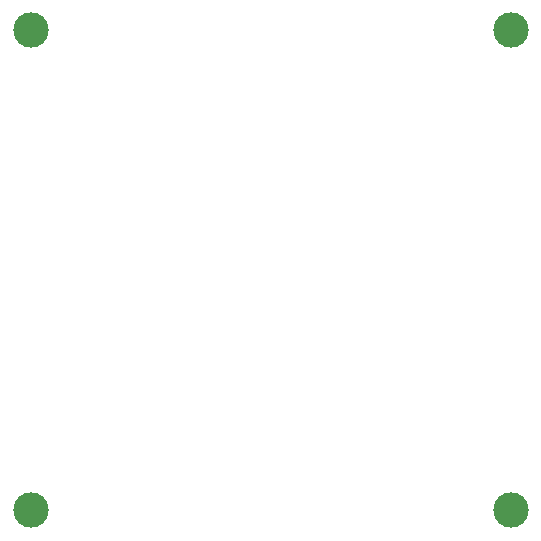
<source format=gbr>
%TF.GenerationSoftware,KiCad,Pcbnew,9.0.5*%
%TF.CreationDate,2025-10-17T16:28:32+07:00*%
%TF.ProjectId,Nokia 1202 breakout,4e6f6b69-6120-4313-9230-322062726561,rev?*%
%TF.SameCoordinates,Original*%
%TF.FileFunction,NonPlated,1,2,NPTH,Drill*%
%TF.FilePolarity,Positive*%
%FSLAX46Y46*%
G04 Gerber Fmt 4.6, Leading zero omitted, Abs format (unit mm)*
G04 Created by KiCad (PCBNEW 9.0.5) date 2025-10-17 16:28:32*
%MOMM*%
%LPD*%
G01*
G04 APERTURE LIST*
%TA.AperFunction,ComponentDrill*%
%ADD10C,3.000000*%
%TD*%
G04 APERTURE END LIST*
D10*
%TO.C,UNK_HOLE_0*%
X128191100Y-84677350D03*
%TO.C,UNK_HOLE_3*%
X128191100Y-125317350D03*
%TO.C,UNK_HOLE_1*%
X168831100Y-84677350D03*
%TO.C,UNK_HOLE_2*%
X168831100Y-125317350D03*
M02*

</source>
